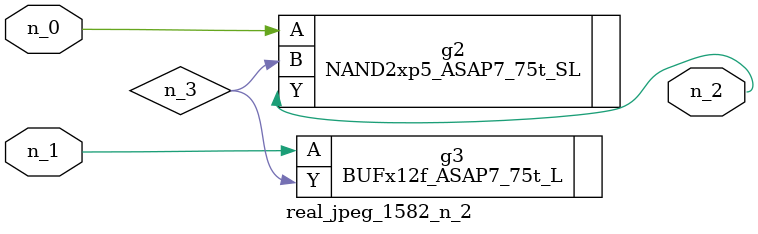
<source format=v>
module real_jpeg_1582_n_2 (n_1, n_0, n_2);

input n_1;
input n_0;

output n_2;

wire n_3;

NAND2xp5_ASAP7_75t_SL g2 ( 
.A(n_0),
.B(n_3),
.Y(n_2)
);

BUFx12f_ASAP7_75t_L g3 ( 
.A(n_1),
.Y(n_3)
);


endmodule
</source>
